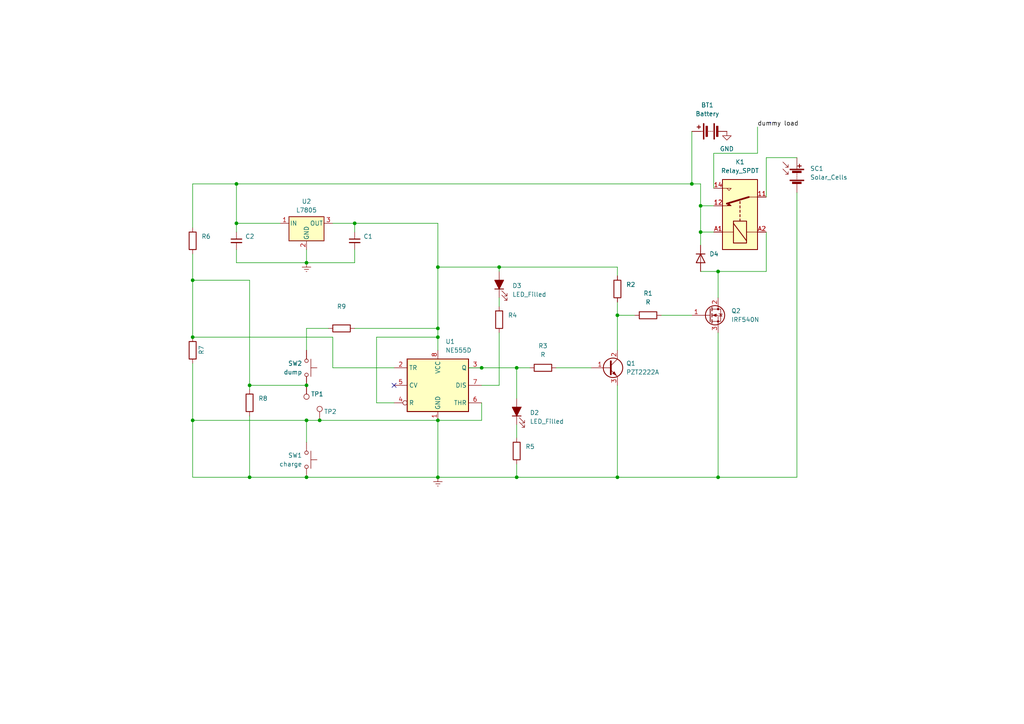
<source format=kicad_sch>
(kicad_sch (version 20231120) (generator "eeschema") (generator_version "8.0")
  (paper "A4")
  (lib_symbols
    (symbol "Connector:TestPoint" (pin_numbers hide) (pin_names (offset 0.762) hide)
      (property "Reference" "TP" (at 0 6.858 0))
      (property "Value" "TestPoint" (at 0 5.08 0))
      (symbol "TestPoint_0_1"
        (circle (center 0 3.302) (radius 0.762))
      )
      (symbol "TestPoint_1_1"
        (pin passive line (at 0 0 90) (length 2.54) (name "1") (number "1"))
      )
    )
    (symbol "Device:Battery" (pin_numbers hide) (pin_names (offset 0) hide)
      (property "Reference" "BT" (at 2.54 2.54 0))
      (property "Value" "Battery" (at 2.54 0 0))
      (symbol "Battery_0_1"
        (rectangle (start -2.286 -1.27) (end 2.286 -1.524) (fill (type outline)))
        (rectangle (start -2.286 1.778) (end 2.286 1.524) (fill (type outline)))
        (rectangle (start -1.524 -2.032) (end 1.524 -2.54) (fill (type outline)))
        (rectangle (start -1.524 1.016) (end 1.524 0.508) (fill (type outline)))
        (polyline (pts (xy 0 -1.016) (xy 0 -0.762)))
        (polyline (pts (xy 0 -0.508) (xy 0 -0.254)))
        (polyline (pts (xy 0 0) (xy 0 0.254)))
        (polyline (pts (xy 0 1.778) (xy 0 2.54)))
        (polyline (pts (xy 0.762 3.048) (xy 1.778 3.048)) (stroke (width 0.254)))
        (polyline (pts (xy 1.27 3.556) (xy 1.27 2.54)) (stroke (width 0.254)))
      )
      (symbol "Battery_1_1"
        (pin passive line (at 0 5.08 270) (length 2.54) (name "+") (number "1"))
        (pin passive line (at 0 -5.08 90) (length 2.54) (name "-") (number "2"))
      )
    )
    (symbol "Device:C_Small" (pin_numbers hide) (pin_names (offset 0.254) hide)
      (property "Reference" "C" (at 0.254 1.778 0))
      (property "Value" "C_Small" (at 0.254 -2.032 0))
      (symbol "C_Small_0_1"
        (polyline (pts (xy -1.524 -0.508) (xy 1.524 -0.508)) (stroke (width 0.3302)))
        (polyline (pts (xy -1.524 0.508) (xy 1.524 0.508)) (stroke (width 0.3048)))
      )
      (symbol "C_Small_1_1"
        (pin passive line (at 0 2.54 270) (length 2.032) (name "~") (number "1"))
        (pin passive line (at 0 -2.54 90) (length 2.032) (name "~") (number "2"))
      )
    )
    (symbol "Device:LED_Filled" (pin_numbers hide) (pin_names (offset 1.016) hide)
      (property "Reference" "D" (at 0 2.54 0))
      (property "Value" "LED_Filled" (at 0 -2.54 0))
      (symbol "LED_Filled_0_1"
        (polyline (pts (xy -1.27 -1.27) (xy -1.27 1.27)) (stroke (width 0.254)))
        (polyline (pts (xy -1.27 0) (xy 1.27 0)))
        (polyline (pts (xy 1.27 -1.27) (xy 1.27 1.27) (xy -1.27 0) (xy 1.27 -1.27)) (stroke (width 0.254)) (fill (type outline)))
        (polyline (pts (xy -3.048 -0.762) (xy -4.572 -2.286) (xy -3.81 -2.286) (xy -4.572 -2.286) (xy -4.572 -1.524)))
        (polyline (pts (xy -1.778 -0.762) (xy -3.302 -2.286) (xy -2.54 -2.286) (xy -3.302 -2.286) (xy -3.302 -1.524)))
      )
      (symbol "LED_Filled_1_1"
        (pin passive line (at -3.81 0 0) (length 2.54) (name "K") (number "1"))
        (pin passive line (at 3.81 0 180) (length 2.54) (name "A") (number "2"))
      )
    )
    (symbol "Device:R" (pin_numbers hide) (pin_names (offset 0))
      (property "Reference" "R" (at 2.032 0 90))
      (property "Value" "R" (at 0 0 90))
      (symbol "R_0_1"
        (rectangle (start -1.016 -2.54) (end 1.016 2.54) (stroke (width 0.254)))
      )
      (symbol "R_1_1"
        (pin passive line (at 0 3.81 270) (length 1.27) (name "~") (number "1"))
        (pin passive line (at 0 -3.81 90) (length 1.27) (name "~") (number "2"))
      )
    )
    (symbol "Device:Solar_Cells" (pin_numbers hide) (pin_names (offset 0) hide)
      (property "Reference" "SC" (at 2.54 2.54 0))
      (property "Value" "Solar_Cells" (at 2.54 0 0))
      (symbol "Solar_Cells_0_1"
        (rectangle (start -2.032 -1.397) (end 2.032 -1.651) (fill (type outline)))
        (rectangle (start -2.032 1.778) (end 2.032 1.524) (fill (type outline)))
        (rectangle (start -1.3208 -1.9812) (end 1.27 -2.4892) (fill (type outline)))
        (rectangle (start -1.3208 1.1938) (end 1.27 0.6858) (fill (type outline)))
        (polyline (pts (xy -2.54 0.254) (xy -4.064 1.778)))
        (polyline (pts (xy -2.54 2.286) (xy -4.064 3.81)))
        (polyline (pts (xy 0 -1.524) (xy 0 -1.27)))
        (polyline (pts (xy 0 -1.016) (xy 0 -0.762)))
        (polyline (pts (xy 0 -0.508) (xy 0 -0.254)))
        (polyline (pts (xy 0 0) (xy 0 0.254)))
        (polyline (pts (xy 0 0.508) (xy 0 0.762)))
        (polyline (pts (xy 0 1.778) (xy 0 2.54)))
        (polyline (pts (xy 0.254 2.667) (xy 1.27 2.667)) (stroke (width 0.254)))
        (polyline (pts (xy 0.762 3.175) (xy 0.762 2.159)) (stroke (width 0.254)))
        (polyline (pts (xy -2.54 1.016) (xy -2.54 0.254) (xy -3.302 0.254)))
        (polyline (pts (xy -2.54 3.048) (xy -2.54 2.286) (xy -3.302 2.286)))
      )
      (symbol "Solar_Cells_1_1"
        (pin passive line (at 0 5.08 270) (length 2.54) (name "+") (number "1"))
        (pin passive line (at 0 -5.08 90) (length 2.54) (name "-") (number "2"))
      )
    )
    (symbol "Diode:1N4001" (pin_numbers hide) (pin_names hide)
      (property "Reference" "D" (at 0 2.54 0))
      (property "Value" "1N4001" (at 0 -2.54 0))
      (symbol "1N4001_0_1"
        (polyline (pts (xy -1.27 1.27) (xy -1.27 -1.27)) (stroke (width 0.254)))
        (polyline (pts (xy 1.27 0) (xy -1.27 0)))
        (polyline (pts (xy 1.27 1.27) (xy 1.27 -1.27) (xy -1.27 0) (xy 1.27 1.27)) (stroke (width 0.254)))
      )
      (symbol "1N4001_1_1"
        (pin passive line (at -3.81 0 0) (length 2.54) (name "K") (number "1"))
        (pin passive line (at 3.81 0 180) (length 2.54) (name "A") (number "2"))
      )
    )
    (symbol "Regulator_Linear:L7805" (pin_names (offset 0.254))
      (property "Reference" "U" (at -3.81 3.175 0))
      (property "Value" "L7805" (at 0 3.175 0))
      (symbol "L7805_0_1"
        (rectangle (start -5.08 1.905) (end 5.08 -5.08) (stroke (width 0.254)) (fill (type background)))
      )
      (symbol "L7805_1_1"
        (pin power_in line (at -7.62 0 0) (length 2.54) (name "IN") (number "1"))
        (pin power_in line (at 0 -7.62 90) (length 2.54) (name "GND") (number "2"))
        (pin power_out line (at 7.62 0 180) (length 2.54) (name "OUT") (number "3"))
      )
    )
    (symbol "Relay:Relay_SPDT"
      (property "Reference" "K" (at 11.43 3.81 0))
      (property "Value" "Relay_SPDT" (at 11.43 1.27 0))
      (symbol "Relay_SPDT_0_0"
        (polyline (pts (xy 7.62 5.08) (xy 7.62 2.54) (xy 6.985 3.175) (xy 7.62 3.81)))
      )
      (symbol "Relay_SPDT_0_1"
        (rectangle (start -10.16 5.08) (end 10.16 -5.08) (stroke (width 0.254)) (fill (type background)))
        (rectangle (start -8.255 1.905) (end -1.905 -1.905) (stroke (width 0.254)))
        (polyline (pts (xy -7.62 -1.905) (xy -2.54 1.905)) (stroke (width 0.254)))
        (polyline (pts (xy -5.08 -5.08) (xy -5.08 -1.905)))
        (polyline (pts (xy -5.08 5.08) (xy -5.08 1.905)))
        (polyline (pts (xy -1.905 0) (xy -1.27 0)) (stroke (width 0.254)))
        (polyline (pts (xy -0.635 0) (xy 0 0)) (stroke (width 0.254)))
        (polyline (pts (xy 0.635 0) (xy 1.27 0)) (stroke (width 0.254)))
        (polyline (pts (xy 1.905 0) (xy 2.54 0)) (stroke (width 0.254)))
        (polyline (pts (xy 3.175 0) (xy 3.81 0)) (stroke (width 0.254)))
        (polyline (pts (xy 5.08 -2.54) (xy 3.175 3.81)) (stroke (width 0.508)))
        (polyline (pts (xy 5.08 -2.54) (xy 5.08 -5.08)))
        (polyline (pts (xy 2.54 5.08) (xy 2.54 2.54) (xy 3.175 3.175) (xy 2.54 3.81)) (fill (type outline)))
      )
      (symbol "Relay_SPDT_1_1"
        (pin passive line (at 5.08 -7.62 90) (length 2.54) (name "~") (number "11"))
        (pin passive line (at 2.54 7.62 270) (length 2.54) (name "~") (number "12"))
        (pin passive line (at 7.62 7.62 270) (length 2.54) (name "~") (number "14"))
        (pin passive line (at -5.08 7.62 270) (length 2.54) (name "~") (number "A1"))
        (pin passive line (at -5.08 -7.62 90) (length 2.54) (name "~") (number "A2"))
      )
    )
    (symbol "Switch:SW_Push" (pin_numbers hide) (pin_names (offset 1.016) hide)
      (property "Reference" "SW" (at 1.27 2.54 0))
      (property "Value" "SW_Push" (at 0 -1.524 0))
      (symbol "SW_Push_0_1"
        (circle (center -2.032 0) (radius 0.508))
        (polyline (pts (xy 0 1.27) (xy 0 3.048)))
        (polyline (pts (xy 2.54 1.27) (xy -2.54 1.27)))
        (circle (center 2.032 0) (radius 0.508))
        (pin passive line (at -5.08 0 0) (length 2.54) (name "1") (number "1"))
        (pin passive line (at 5.08 0 180) (length 2.54) (name "2") (number "2"))
      )
    )
    (symbol "Timer:NE555D"
      (property "Reference" "U" (at -10.16 8.89 0))
      (property "Value" "NE555D" (at 2.54 8.89 0))
      (symbol "NE555D_0_0"
        (pin power_in line (at 0 -10.16 90) (length 2.54) (name "GND") (number "1"))
        (pin power_in line (at 0 10.16 270) (length 2.54) (name "VCC") (number "8"))
      )
      (symbol "NE555D_0_1"
        (rectangle (start -8.89 -7.62) (end 8.89 7.62) (stroke (width 0.254)) (fill (type background)))
        (rectangle (start -8.89 -7.62) (end 8.89 7.62) (stroke (width 0.254)) (fill (type background)))
      )
      (symbol "NE555D_1_1"
        (pin input line (at -12.7 5.08 0) (length 3.81) (name "TR") (number "2"))
        (pin output line (at 12.7 5.08 180) (length 3.81) (name "Q") (number "3"))
        (pin input inverted (at -12.7 -5.08 0) (length 3.81) (name "R") (number "4"))
        (pin input line (at -12.7 0 0) (length 3.81) (name "CV") (number "5"))
        (pin input line (at 12.7 -5.08 180) (length 3.81) (name "THR") (number "6"))
        (pin input line (at 12.7 0 180) (length 3.81) (name "DIS") (number "7"))
      )
    )
    (symbol "Transistor_BJT:PZT2222A" (pin_names (offset 0) hide)
      (property "Reference" "Q" (at 5.08 1.905 0))
      (property "Value" "PZT2222A" (at 5.08 0 0))
      (symbol "PZT2222A_0_1"
        (polyline (pts (xy 0 0) (xy 0.635 0)))
        (polyline (pts (xy 2.54 -2.54) (xy 0.635 -0.635)))
        (polyline (pts (xy 2.54 2.54) (xy 0.635 0.635)))
        (polyline (pts (xy 0.635 1.905) (xy 0.635 -1.905) (xy 0.635 -1.905)) (stroke (width 0.508)))
        (polyline (pts (xy 2.286 -2.286) (xy 1.778 -1.778) (xy 1.778 -1.778)))
        (polyline (pts (xy 1.143 -1.651) (xy 1.651 -1.143) (xy 2.159 -2.159) (xy 1.143 -1.651) (xy 1.143 -1.651)) (fill (type outline)))
        (circle (center 1.27 0) (radius 2.8194) (stroke (width 0.254)))
      )
      (symbol "PZT2222A_1_1"
        (pin input line (at -5.08 0 0) (length 5.08) (name "B") (number "1"))
        (pin passive line (at 2.54 5.08 270) (length 2.54) (name "C") (number "2"))
        (pin passive line (at 2.54 -5.08 90) (length 2.54) (name "E") (number "3"))
      )
    )
    (symbol "Transistor_FET:IRF540N" (pin_names hide)
      (property "Reference" "Q" (at 5.08 1.905 0))
      (property "Value" "IRF540N" (at 5.08 0 0))
      (symbol "IRF540N_0_1"
        (polyline (pts (xy 0.254 0) (xy -2.54 0)))
        (polyline (pts (xy 0.254 1.905) (xy 0.254 -1.905)) (stroke (width 0.254)))
        (polyline (pts (xy 0.762 -1.27) (xy 0.762 -2.286)) (stroke (width 0.254)))
        (polyline (pts (xy 0.762 0.508) (xy 0.762 -0.508)) (stroke (width 0.254)))
        (polyline (pts (xy 0.762 2.286) (xy 0.762 1.27)) (stroke (width 0.254)))
        (polyline (pts (xy 2.54 2.54) (xy 2.54 1.778)))
        (polyline (pts (xy 2.54 -2.54) (xy 2.54 0) (xy 0.762 0)))
        (polyline (pts (xy 0.762 -1.778) (xy 3.302 -1.778) (xy 3.302 1.778) (xy 0.762 1.778)))
        (polyline (pts (xy 1.016 0) (xy 2.032 0.381) (xy 2.032 -0.381) (xy 1.016 0)) (fill (type outline)))
        (polyline (pts (xy 2.794 0.508) (xy 2.921 0.381) (xy 3.683 0.381) (xy 3.81 0.254)))
        (polyline (pts (xy 3.302 0.381) (xy 2.921 -0.254) (xy 3.683 -0.254) (xy 3.302 0.381)))
        (circle (center 1.651 0) (radius 2.794) (stroke (width 0.254)))
        (circle (center 2.54 -1.778) (radius 0.254) (fill (type outline)))
        (circle (center 2.54 1.778) (radius 0.254) (fill (type outline)))
      )
      (symbol "IRF540N_1_1"
        (pin input line (at -5.08 0 0) (length 2.54) (name "G") (number "1"))
        (pin passive line (at 2.54 5.08 270) (length 2.54) (name "D") (number "2"))
        (pin passive line (at 2.54 -5.08 90) (length 2.54) (name "S") (number "3"))
      )
    )
    (symbol "power:Earth" (power) (pin_numbers hide) (pin_names (offset 0) hide)
      (property "Value" "Earth" (at 0 -3.81 0))
      (symbol "Earth_0_1"
        (polyline (pts (xy -0.635 -1.905) (xy 0.635 -1.905)))
        (polyline (pts (xy -0.127 -2.54) (xy 0.127 -2.54)))
        (polyline (pts (xy 0 -1.27) (xy 0 0)))
        (polyline (pts (xy 1.27 -1.27) (xy -1.27 -1.27)))
      )
      (symbol "Earth_1_1"
        (pin power_in line (at 0 0 270) (length 0) (name "~") (number "1"))
      )
    )
    (symbol "power:GND" (power) (pin_numbers hide) (pin_names (offset 0) hide)
      (property "Value" "GND" (at 0 -3.81 0))
      (symbol "GND_0_1"
        (polyline (pts (xy 0 0) (xy 0 -1.27) (xy 1.27 -1.27) (xy 0 -2.54) (xy -1.27 -1.27) (xy 0 -1.27)))
      )
      (symbol "GND_1_1"
        (pin power_in line (at 0 0 270) (length 0) (name "~") (number "1"))
      )
    )
  )
  (junction (at 208.28 78.74))
  (junction (at 72.39 111.76))
  (junction (at 127 138.43))
  (junction (at 88.9 111.76))
  (junction (at 203.2 67.31))
  (junction (at 88.9 121.92))
  (junction (at 92.71 121.92))
  (junction (at 179.07 91.44))
  (junction (at 127 121.92))
  (junction (at 55.88 81.28))
  (junction (at 88.9 76.2))
  (junction (at 88.9 138.43))
  (junction (at 127 97.79))
  (junction (at 179.07 138.43))
  (junction (at 149.86 138.43))
  (junction (at 102.87 64.77))
  (junction (at 55.88 121.92))
  (junction (at 144.78 77.47))
  (junction (at 127 77.47))
  (junction (at 55.88 97.79))
  (junction (at 149.86 106.68))
  (junction (at 208.28 138.43))
  (junction (at 203.2 59.69))
  (junction (at 139.7 106.68))
  (junction (at 72.39 138.43))
  (junction (at 200.66 53.34))
  (junction (at 68.58 53.34))
  (junction (at 127 95.25))
  (junction (at 68.58 64.77))
  (no_connect (at 114.3 111.76))
  (wire (pts (xy 207.01 44.45) (xy 219.71 44.45)))
  (wire (pts (xy 144.78 77.47) (xy 144.78 78.74)))
  (wire (pts (xy 102.87 95.25) (xy 127 95.25)))
  (wire (pts (xy 72.39 120.65) (xy 72.39 138.43)))
  (wire (pts (xy 161.29 106.68) (xy 171.45 106.68)))
  (wire (pts (xy 88.9 95.25) (xy 88.9 101.6)))
  (wire (pts (xy 179.07 138.43) (xy 179.07 111.76)))
  (wire (pts (xy 149.86 134.62) (xy 149.86 138.43)))
  (wire (pts (xy 68.58 67.31) (xy 68.58 64.77)))
  (wire (pts (xy 127 97.79) (xy 127 95.25)))
  (wire (pts (xy 144.78 86.36) (xy 144.78 88.9)))
  (wire (pts (xy 127 95.25) (xy 127 77.47)))
  (wire (pts (xy 191.77 91.44) (xy 200.66 91.44)))
  (wire (pts (xy 55.88 53.34) (xy 55.88 66.04)))
  (wire (pts (xy 179.07 91.44) (xy 179.07 101.6)))
  (wire (pts (xy 208.28 86.36) (xy 208.28 78.74)))
  (wire (pts (xy 72.39 111.76) (xy 88.9 111.76)))
  (wire (pts (xy 72.39 113.03) (xy 72.39 111.76)))
  (wire (pts (xy 149.86 106.68) (xy 153.67 106.68)))
  (wire (pts (xy 222.25 45.72) (xy 222.25 57.15)))
  (wire (pts (xy 203.2 67.31) (xy 207.01 67.31)))
  (wire (pts (xy 203.2 59.69) (xy 207.01 59.69)))
  (wire (pts (xy 88.9 121.92) (xy 92.71 121.92)))
  (wire (pts (xy 200.66 38.1) (xy 200.66 53.34)))
  (wire (pts (xy 208.28 96.52) (xy 208.28 138.43)))
  (wire (pts (xy 127 77.47) (xy 127 64.77)))
  (wire (pts (xy 88.9 138.43) (xy 127 138.43)))
  (wire (pts (xy 92.71 121.92) (xy 127 121.92)))
  (wire (pts (xy 231.14 45.72) (xy 222.25 45.72)))
  (wire (pts (xy 179.07 91.44) (xy 184.15 91.44)))
  (wire (pts (xy 208.28 78.74) (xy 222.25 78.74)))
  (wire (pts (xy 55.88 81.28) (xy 72.39 81.28)))
  (wire (pts (xy 72.39 138.43) (xy 88.9 138.43)))
  (wire (pts (xy 207.01 54.61) (xy 207.01 44.45)))
  (wire (pts (xy 88.9 95.25) (xy 95.25 95.25)))
  (wire (pts (xy 88.9 121.92) (xy 88.9 128.27)))
  (wire (pts (xy 55.88 81.28) (xy 55.88 97.79)))
  (wire (pts (xy 179.07 80.01) (xy 179.07 77.47)))
  (wire (pts (xy 203.2 67.31) (xy 203.2 59.69)))
  (wire (pts (xy 88.9 76.2) (xy 88.9 72.39)))
  (wire (pts (xy 55.88 138.43) (xy 72.39 138.43)))
  (wire (pts (xy 68.58 53.34) (xy 55.88 53.34)))
  (wire (pts (xy 203.2 78.74) (xy 208.28 78.74)))
  (wire (pts (xy 179.07 87.63) (xy 179.07 91.44)))
  (wire (pts (xy 96.52 64.77) (xy 102.87 64.77)))
  (wire (pts (xy 135.89 106.68) (xy 139.7 106.68)))
  (wire (pts (xy 127 64.77) (xy 102.87 64.77)))
  (wire (pts (xy 96.52 106.68) (xy 96.52 97.79)))
  (wire (pts (xy 55.88 121.92) (xy 88.9 121.92)))
  (wire (pts (xy 102.87 72.39) (xy 102.87 76.2)))
  (wire (pts (xy 149.86 106.68) (xy 149.86 115.57)))
  (wire (pts (xy 114.3 106.68) (xy 96.52 106.68)))
  (wire (pts (xy 72.39 81.28) (xy 72.39 111.76)))
  (wire (pts (xy 139.7 106.68) (xy 149.86 106.68)))
  (wire (pts (xy 127 77.47) (xy 144.78 77.47)))
  (wire (pts (xy 149.86 123.19) (xy 149.86 127)))
  (wire (pts (xy 68.58 72.39) (xy 68.58 76.2)))
  (wire (pts (xy 127 138.43) (xy 149.86 138.43)))
  (wire (pts (xy 200.66 53.34) (xy 68.58 53.34)))
  (wire (pts (xy 109.22 97.79) (xy 127 97.79)))
  (wire (pts (xy 149.86 138.43) (xy 179.07 138.43)))
  (wire (pts (xy 179.07 138.43) (xy 208.28 138.43)))
  (wire (pts (xy 139.7 116.84) (xy 139.7 121.92)))
  (wire (pts (xy 68.58 53.34) (xy 68.58 64.77)))
  (wire (pts (xy 231.14 55.88) (xy 231.14 138.43)))
  (wire (pts (xy 55.88 121.92) (xy 55.88 138.43)))
  (wire (pts (xy 219.71 44.45) (xy 219.71 36.83)))
  (wire (pts (xy 144.78 96.52) (xy 144.78 111.76)))
  (wire (pts (xy 68.58 76.2) (xy 88.9 76.2)))
  (wire (pts (xy 203.2 53.34) (xy 200.66 53.34)))
  (wire (pts (xy 55.88 105.41) (xy 55.88 121.92)))
  (wire (pts (xy 127 121.92) (xy 127 138.43)))
  (wire (pts (xy 55.88 73.66) (xy 55.88 81.28)))
  (wire (pts (xy 102.87 67.31) (xy 102.87 64.77)))
  (wire (pts (xy 102.87 76.2) (xy 88.9 76.2)))
  (wire (pts (xy 139.7 111.76) (xy 144.78 111.76)))
  (wire (pts (xy 127 101.6) (xy 127 97.79)))
  (wire (pts (xy 109.22 116.84) (xy 109.22 97.79)))
  (wire (pts (xy 222.25 67.31) (xy 222.25 78.74)))
  (wire (pts (xy 114.3 116.84) (xy 109.22 116.84)))
  (wire (pts (xy 231.14 138.43) (xy 208.28 138.43)))
  (wire (pts (xy 127 121.92) (xy 139.7 121.92)))
  (wire (pts (xy 144.78 77.47) (xy 179.07 77.47)))
  (wire (pts (xy 81.28 64.77) (xy 68.58 64.77)))
  (wire (pts (xy 55.88 97.79) (xy 96.52 97.79)))
  (wire (pts (xy 203.2 71.12) (xy 203.2 67.31)))
  (wire (pts (xy 203.2 59.69) (xy 203.2 53.34)))
  (circle (center 223.52 35.56) (radius 0.0001))
  (label "dummy load" (at 219.71 36.83 0))
  (symbol (lib_id "Connector:TestPoint") (at 92.71 121.92 0) (unit 1)
    (property "Reference" "TP2" (at 93.98 119.38 0) (effects (justify left)))
    (property "Value" "TestPoint" (effects (hide yes)))
    (property "Description" "test point" (effects (hide yes)))
  )
  (symbol (lib_id "power:GND") (at 210.82 38.1 0) (unit 1)
    (property "Reference" "#PWR03" (effects (hide yes)))
    (property "Value" "GND" (at 210.82 43.18 0))
    (property "Description" "Power symbol creates a global label with name \"GND\" , ground" (effects (hide yes)))
  )
  (symbol (lib_id "Timer:NE555D") (at 127 111.76 0) (unit 1)
    (property "Reference" "U1" (at 129.1941 99.06 0) (effects (justify left)))
    (property "Value" "NE555D" (at 129.1941 101.6 0) (effects (justify left)))
    (property "Footprint" "Package_SO:SOIC-8_3.9x4.9mm_P1.27mm" (effects (hide yes)))
    (property "Datasheet" "http://www.ti.com/lit/ds/symlink/ne555.pdf" (effects (hide yes)))
    (property "Description" "Precision Timers, 555 compatible, SOIC-8" (effects (hide yes)))
  )
  (symbol (lib_id "Device:Solar_Cells") (at 231.14 50.8 0) (unit 1)
    (property "Reference" "SC1" (at 234.95 48.8949 0) (effects (justify left)))
    (property "Value" "Solar_Cells" (at 234.95 51.4349 0) (effects (justify left)))
    (property "Description" "Multiple solar cells" (effects (hide yes)))
  )
  (symbol (lib_id "Relay:Relay_SPDT") (at 214.63 62.23 90) (unit 1)
    (property "Reference" "K1" (at 214.63 46.99 90))
    (property "Value" "Relay_SPDT" (at 214.63 49.53 90))
    (property "Description" "Monostable Relay SPDT, EN50005" (effects (hide yes)))
  )
  (symbol (lib_id "Switch:SW_Push") (at 88.9 106.68 270) (mirror x) (unit 1)
    (property "Reference" "SW2" (at 87.63 105.4099 90) (effects (justify right)))
    (property "Value" "dump" (at 87.63 107.9499 90) (effects (justify right)))
    (property "Description" "Push button switch, generic, two pins" (effects (hide yes)))
  )
  (symbol (lib_id "Device:LED_Filled") (at 149.86 119.38 90) (unit 1)
    (property "Reference" "D2" (at 153.67 119.6974 90) (effects (justify right)))
    (property "Value" "LED_Filled" (at 153.67 122.2374 90) (effects (justify right)))
    (property "Description" "Light emitting diode, filled shape" (effects (hide yes)))
  )
  (symbol (lib_id "power:Earth") (at 127 138.43 0) (unit 1)
    (property "Reference" "#PWR01" (effects (hide yes)))
    (property "Value" "Earth" (effects (hide yes)))
    (property "Description" "Power symbol creates a global label with name \"Earth\"" (effects (hide yes)))
  )
  (symbol (lib_id "Transistor_BJT:PZT2222A") (at 176.53 106.68 0) (unit 1)
    (property "Reference" "Q1" (at 181.61 105.4099 0) (effects (justify left)))
    (property "Value" "PZT2222A" (at 181.61 107.9499 0) (effects (justify left)))
    (property "Footprint" "Package_TO_SOT_SMD:SOT-223-3_TabPin2" (effects (hide yes)))
    (property "Datasheet" "https://www.onsemi.com/pub/Collateral/PN2222-D.PDF" (effects (hide yes)))
    (property "Description" "1A Ic, 40V Vce, NPN Transistor, General Purpose Transistor, SOT-223" (effects (hide yes)))
  )
  (symbol (lib_id "Diode:1N4001") (at 203.2 74.93 270) (unit 1)
    (property "Reference" "D4" (at 205.74 73.6599 90) (effects (justify left)))
    (property "Value" "1N4001" (effects (hide yes)))
    (property "Footprint" "Diode_THT:D_DO-41_SOD81_P10.16mm_Horizontal" (effects (hide yes)))
    (property "Datasheet" "http://www.vishay.com/docs/88503/1n4001.pdf" (effects (hide yes)))
    (property "Description" "50V 1A General Purpose Rectifier Diode, DO-41" (effects (hide yes)))
    (property "Sim.Device" "D" (effects (hide yes)))
    (property "Sim.Pins" "1=K 2=A" (effects (hide yes)))
  )
  (symbol (lib_id "Device:Battery") (at 205.74 38.1 90) (unit 1)
    (property "Reference" "BT1" (at 205.1685 30.48 90))
    (property "Value" "Battery" (at 205.1685 33.02 90))
    (property "Description" "Multiple-cell battery" (effects (hide yes)))
  )
  (symbol (lib_id "Connector:TestPoint") (at 88.9 111.76 0) (mirror x) (unit 1)
    (property "Reference" "TP1" (at 90.17 114.3 0) (effects (justify left)))
    (property "Value" "TestPoint" (effects (hide yes)))
    (property "Description" "test point" (effects (hide yes)))
  )
  (symbol (lib_id "Device:R") (at 55.88 69.85 0) (unit 1)
    (property "Reference" "R6" (at 58.42 68.5799 0) (effects (justify left)))
    (property "Value" "R" (effects (hide yes)))
    (property "Description" "Resistor" (effects (hide yes)))
  )
  (symbol (lib_id "power:Earth") (at 88.9 76.2 0) (unit 1)
    (property "Reference" "#PWR02" (effects (hide yes)))
    (property "Value" "Earth" (effects (hide yes)))
    (property "Description" "Power symbol creates a global label with name \"Earth\"" (effects (hide yes)))
  )
  (symbol (lib_id "Device:R") (at 55.88 101.6 0) (unit 1)
    (property "Reference" "R7" (at 58.42 102.87 90) (effects (justify left)))
    (property "Value" "R" (effects (hide yes)))
    (property "Description" "Resistor" (effects (hide yes)))
  )
  (symbol (lib_id "Device:R") (at 157.48 106.68 270) (unit 1)
    (property "Reference" "R3" (at 157.48 100.33 90))
    (property "Value" "R" (at 157.48 102.87 90))
    (property "Description" "Resistor" (effects (hide yes)))
  )
  (symbol (lib_id "Device:LED_Filled") (at 144.78 82.55 90) (unit 1)
    (property "Reference" "D3" (at 148.59 82.8674 90) (effects (justify right)))
    (property "Value" "LED_Filled" (at 148.59 85.4074 90) (effects (justify right)))
    (property "Description" "Light emitting diode, filled shape" (effects (hide yes)))
  )
  (symbol (lib_id "Device:R") (at 72.39 116.84 0) (unit 1)
    (property "Reference" "R8" (at 74.93 115.5699 0) (effects (justify left)))
    (property "Value" "R" (effects (hide yes)))
    (property "Description" "Resistor" (effects (hide yes)))
  )
  (symbol (lib_id "Device:R") (at 149.86 130.81 0) (unit 1)
    (property "Reference" "R5" (at 152.4 129.5399 0) (effects (justify left)))
    (property "Value" "R" (effects (hide yes)))
    (property "Description" "Resistor" (effects (hide yes)))
  )
  (symbol (lib_id "Device:C_Small") (at 102.87 69.85 0) (unit 1)
    (property "Reference" "C1" (at 105.41 68.5862 0) (effects (justify left)))
    (property "Value" "C_Small" (effects (hide yes)))
    (property "Description" "Unpolarized capacitor, small symbol" (effects (hide yes)))
  )
  (symbol (lib_id "Device:R") (at 187.96 91.44 270) (unit 1)
    (property "Reference" "R1" (at 187.96 85.09 90))
    (property "Value" "R" (at 187.96 87.63 90))
    (property "Description" "Resistor" (effects (hide yes)))
  )
  (symbol (lib_id "Device:R") (at 179.07 83.82 0) (unit 1)
    (property "Reference" "R2" (at 181.61 82.5499 0) (effects (justify left)))
    (property "Value" "R" (effects (hide yes)))
    (property "Description" "Resistor" (effects (hide yes)))
  )
  (symbol (lib_id "Switch:SW_Push") (at 88.9 133.35 270) (mirror x) (unit 1)
    (property "Reference" "SW1" (at 87.63 132.0799 90) (effects (justify right)))
    (property "Value" "charge" (at 87.63 134.6199 90) (effects (justify right)))
    (property "Description" "Push button switch, generic, two pins" (effects (hide yes)))
  )
  (symbol (lib_id "Device:R") (at 99.06 95.25 90) (unit 1)
    (property "Reference" "R9" (at 99.06 88.9 90))
    (property "Value" "R" (effects (hide yes)))
    (property "Description" "Resistor" (effects (hide yes)))
  )
  (symbol (lib_id "Transistor_FET:IRF540N") (at 205.74 91.44 0) (unit 1)
    (property "Reference" "Q2" (at 212.09 90.1699 0) (effects (justify left)))
    (property "Value" "IRF540N" (at 212.09 92.7099 0) (effects (justify left)))
    (property "Footprint" "Package_TO_SOT_THT:TO-220-3_Vertical" (effects (hide yes)))
    (property "Datasheet" "http://www.irf.com/product-info/datasheets/data/irf540n.pdf" (effects (hide yes)))
    (property "Description" "33A Id, 100V Vds, HEXFET N-Channel MOSFET, TO-220" (effects (hide yes)))
  )
  (symbol (lib_id "Device:C_Small") (at 68.58 69.85 0) (unit 1)
    (property "Reference" "C2" (at 71.12 68.58 0) (effects (justify left)))
    (property "Value" "C_Small" (effects (hide yes)))
    (property "Description" "Unpolarized capacitor, small symbol" (effects (hide yes)))
  )
  (symbol (lib_id "Device:R") (at 144.78 92.71 0) (unit 1)
    (property "Reference" "R4" (at 147.32 91.4399 0) (effects (justify left)))
    (property "Value" "R" (effects (hide yes)))
    (property "Description" "Resistor" (effects (hide yes)))
  )
  (symbol (lib_id "Regulator_Linear:L7805") (at 88.9 64.77 0) (unit 1)
    (property "Reference" "U2" (at 88.9 58.42 0))
    (property "Value" "L7805" (at 88.9 60.96 0))
    (property "Datasheet" "http://www.st.com/content/ccc/resource/technical/document/datasheet/41/4f/b3/b0/12/d4/47/88/CD00000444.pdf/files/CD00000444.pdf/jcr:content/translations/en.CD00000444.pdf" (effects (hide yes)))
    (property "Description" "Positive 1.5A 35V Linear Regulator, Fixed Output 5V, TO-220/TO-263/TO-252" (effects (hide yes)))
  )
)
</source>
